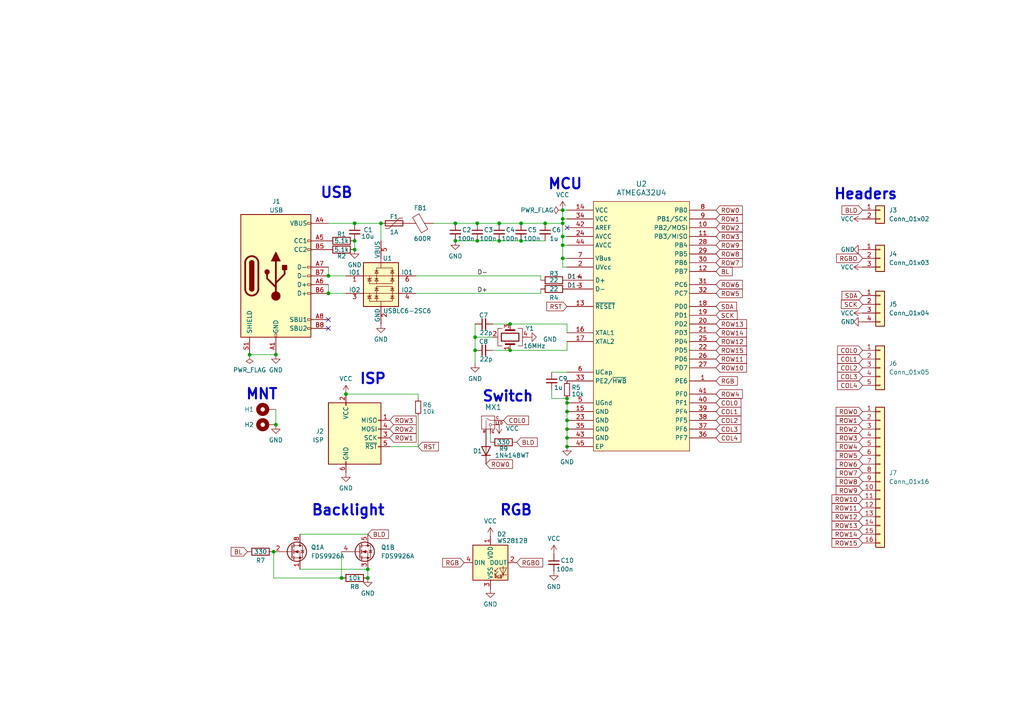
<source format=kicad_sch>
(kicad_sch (version 20210621) (generator eeschema)
  (paper "A4")
  (title_block (title "micro") (date "2021-06-26") (rev "1.0") (company "0xCB") (comment 1 "Conor Burns"))
  (lib_symbols
    (symbol "0xcb:ATMEGA32U4"
      (property "Reference" "U" (at -17.78 30.48 0))
      (property "Value" "ATMEGA32U4" (at -5.08 30.48 0))
      (symbol "ATMEGA32U4_1_1"
        (pin bidirectional line (at 16.51 -22.86 180) (length 7.62) (name "PE6") (number "1"))
        (pin bidirectional line (at 16.51 21.59 180) (length 7.62) (name "PB2/MOSI") (number "10"))
        (pin bidirectional line (at 16.51 19.05 180) (length 7.62) (name "PB3/MISO") (number "11"))
        (pin bidirectional line (at 16.51 8.89 180) (length 7.62) (name "PB7") (number "12"))
        (pin input line (at -26.67 -1.27 0) (length 7.62) (name "~{RESET}") (number "13"))
        (pin power_in line (at -26.67 26.67 0) (length 7.62) (name "VCC") (number "14"))
        (pin power_in line (at -26.67 -31.75 0) (length 7.62) (name "GND") (number "15"))
        (pin input line (at -26.67 -8.89 0) (length 7.62) (name "XTAL1") (number "16"))
        (pin output line (at -26.67 -11.43 0) (length 7.62) (name "XTAL2") (number "17"))
        (pin bidirectional line (at 16.51 -1.27 180) (length 7.62) (name "PD0") (number "18"))
        (pin bidirectional line (at 16.51 -3.81 180) (length 7.62) (name "PD1") (number "19"))
        (pin power_in line (at -26.67 10.16 0) (length 7.62) (name "UVcc") (number "2"))
        (pin bidirectional line (at 16.51 -6.35 180) (length 7.62) (name "PD2") (number "20"))
        (pin bidirectional line (at 16.51 -8.89 180) (length 7.62) (name "PD3") (number "21"))
        (pin bidirectional line (at 16.51 -13.97 180) (length 7.62) (name "PD5") (number "22"))
        (pin power_in line (at -26.67 -34.29 0) (length 7.62) (name "GND") (number "23"))
        (pin power_in line (at -26.67 19.05 0) (length 7.62) (name "AVCC") (number "24"))
        (pin bidirectional line (at 16.51 -11.43 180) (length 7.62) (name "PD4") (number "25"))
        (pin bidirectional line (at 16.51 -16.51 180) (length 7.62) (name "PD6") (number "26"))
        (pin bidirectional line (at 16.51 -19.05 180) (length 7.62) (name "PD7") (number "27"))
        (pin bidirectional line (at 16.51 16.51 180) (length 7.62) (name "PB4") (number "28"))
        (pin bidirectional line (at 16.51 13.97 180) (length 7.62) (name "PB5") (number "29"))
        (pin bidirectional line (at -26.67 3.81 0) (length 7.62) (name "D-") (number "3"))
        (pin bidirectional line (at 16.51 11.43 180) (length 7.62) (name "PB6") (number "30"))
        (pin bidirectional line (at 16.51 5.08 180) (length 7.62) (name "PC6") (number "31"))
        (pin bidirectional line (at 16.51 2.54 180) (length 7.62) (name "PC7") (number "32"))
        (pin bidirectional line (at -26.67 -22.86 0) (length 7.62) (name "PE2/~{HWB}") (number "33"))
        (pin power_in line (at -26.67 24.13 0) (length 7.62) (name "VCC") (number "34"))
        (pin power_in line (at -26.67 -36.83 0) (length 7.62) (name "GND") (number "35"))
        (pin bidirectional line (at 16.51 -39.37 180) (length 7.62) (name "PF7") (number "36"))
        (pin bidirectional line (at 16.51 -36.83 180) (length 7.62) (name "PF6") (number "37"))
        (pin bidirectional line (at 16.51 -34.29 180) (length 7.62) (name "PF5") (number "38"))
        (pin bidirectional line (at 16.51 -31.75 180) (length 7.62) (name "PF4") (number "39"))
        (pin bidirectional line (at -26.67 6.35 0) (length 7.62) (name "D+") (number "4"))
        (pin bidirectional line (at 16.51 -29.21 180) (length 7.62) (name "PF1") (number "40"))
        (pin bidirectional line (at 16.51 -26.67 180) (length 7.62) (name "PF0") (number "41"))
        (pin input line (at -26.67 21.59 0) (length 7.62) (name "AREF") (number "42"))
        (pin power_in line (at -26.67 -39.37 0) (length 7.62) (name "GND") (number "43"))
        (pin power_in line (at -26.67 16.51 0) (length 7.62) (name "AVCC") (number "44"))
        (pin power_in line (at -26.67 -41.91 0) (length 7.62) (name "EP") (number "45"))
        (pin power_in line (at -26.67 -29.21 0) (length 7.62) (name "UGnd") (number "5"))
        (pin input line (at -26.67 -20.32 0) (length 7.62) (name "UCap") (number "6"))
        (pin input line (at -26.67 12.7 0) (length 7.62) (name "VBus") (number "7"))
        (pin bidirectional line (at 16.51 26.67 180) (length 7.62) (name "PB0") (number "8"))
        (pin bidirectional line (at 16.51 24.13 180) (length 7.62) (name "PB1/SCK") (number "9"))
      )
    )
    (symbol "0xcb:Ferrite_Bead" (pin_numbers hide) (pin_names (offset 0))
      (property "Reference" "FB" (at -2.54 1.27 0))
      (property "Value" "Ferrite_Bead" (at 0 3.81 0))
      (symbol "Ferrite_Bead_1_1"
        (pin power_out line (at 3.81 0 180) (length 2.54) (name "~") (number "1"))
        (pin passive line (at -3.81 0 0) (length 2.54) (name "~") (number "2"))
      )
    )
    (symbol "0xcb:MX-LED" (pin_names (offset 1.016))
      (property "Reference" "MX2" (at -0.635 -4.1945 90))
      (symbol "MX-LED_0_0"
        (text "C" (at 2.032 2.032 0) (effects (font (size 0.762 0.762))))
        (text "LED" (at 2.54 0.508 0) (effects (font (size 0.762 0.762))))
        (text "R" (at -2.286 -2.032 0) (effects (font (size 0.762 0.762)) (justify left)))
      )
      (symbol "MX-LED_1_0"
        (text "G" (at 0.254 -2.032 0) (effects (font (size 0.762 0.762)) (justify left)))
      )
      (symbol "MX-LED_1_1"
        (pin passive line (at 3.81 1.27 180) (length 2.54) (name "COL") (number "1"))
        (pin passive line (at -1.27 -3.81 90) (length 2.54) (name "ROW") (number "2"))
        (pin input line (at 2.54 0 180) (length 1.27) (name "LED") (number "3"))
        (pin passive line (at 0 -2.54 90) (length 1.27) (name "LEDGND") (number "4"))
      )
    )
    (symbol "0xcb:USBLC6-2SC6" (pin_names (offset 0))
      (property "Reference" "U" (at -7.62 8.89 0))
      (property "Value" "USBLC6-2SC6" (at 7.62 7.62 0))
      (symbol "USBLC6-2SC6_1_1"
        (pin passive line (at -10.16 2.54 0) (length 5.08) (name "IO1") (number "1"))
        (pin passive line (at 0 -11.43 90) (length 5.08) (name "GND") (number "2"))
        (pin passive line (at -10.16 -2.54 0) (length 5.08) (name "IO2") (number "3"))
        (pin passive line (at 10.16 -2.54 180) (length 5.08) (name "IO2") (number "4"))
        (pin passive line (at 0 12.7 270) (length 5.08) (name "VBUS") (number "5"))
        (pin passive line (at 10.16 2.54 180) (length 5.08) (name "IO1") (number "6"))
      )
    )
    (symbol "Connector:AVR-ISP-6" (pin_names (offset 1.016))
      (property "Reference" "J" (at -6.35 11.43 0))
      (property "Value" "AVR-ISP-6" (at 0 11.43 0))
      (symbol "AVR-ISP-6_1_1"
        (pin passive line (at 10.16 5.08 180) (length 2.54) (name "MISO") (number "1"))
        (pin passive line (at -2.54 12.7 270) (length 2.54) (name "VCC") (number "2"))
        (pin passive line (at 10.16 0 180) (length 2.54) (name "SCK") (number "3"))
        (pin passive line (at 10.16 2.54 180) (length 2.54) (name "MOSI") (number "4"))
        (pin passive line (at 10.16 -2.54 180) (length 2.54) (name "~{RST}") (number "5"))
        (pin passive line (at -2.54 -10.16 90) (length 2.54) (name "GND") (number "6"))
      )
    )
    (symbol "Connector:USB_C_Receptacle_USB2.0" (pin_names (offset 1.016))
      (property "Reference" "J" (at -10.16 19.05 0))
      (property "Value" "USB_C_Receptacle_USB2.0" (at 19.05 19.05 0))
      (symbol "USB_C_Receptacle_USB2.0_1_1"
        (pin passive line (at 0 -22.86 90) (length 5.08) (name "GND") (number "A1"))
        (pin passive line (at 0 -22.86 90) (length 5.08) hide (name "GND") (number "A12"))
        (pin passive line (at 15.24 15.24 180) (length 5.08) (name "VBUS") (number "A4"))
        (pin bidirectional line (at 15.24 10.16 180) (length 5.08) (name "CC1") (number "A5"))
        (pin bidirectional line (at 15.24 -2.54 180) (length 5.08) (name "D+") (number "A6"))
        (pin bidirectional line (at 15.24 2.54 180) (length 5.08) (name "D-") (number "A7"))
        (pin bidirectional line (at 15.24 -12.7 180) (length 5.08) (name "SBU1") (number "A8"))
        (pin passive line (at 15.24 15.24 180) (length 5.08) hide (name "VBUS") (number "A9"))
        (pin passive line (at 0 -22.86 90) (length 5.08) hide (name "GND") (number "B1"))
        (pin passive line (at 0 -22.86 90) (length 5.08) hide (name "GND") (number "B12"))
        (pin passive line (at 15.24 15.24 180) (length 5.08) hide (name "VBUS") (number "B4"))
        (pin bidirectional line (at 15.24 7.62 180) (length 5.08) (name "CC2") (number "B5"))
        (pin bidirectional line (at 15.24 -5.08 180) (length 5.08) (name "D+") (number "B6"))
        (pin bidirectional line (at 15.24 0 180) (length 5.08) (name "D-") (number "B7"))
        (pin bidirectional line (at 15.24 -15.24 180) (length 5.08) (name "SBU2") (number "B8"))
        (pin passive line (at 15.24 15.24 180) (length 5.08) hide (name "VBUS") (number "B9"))
        (pin passive line (at -7.62 -22.86 90) (length 5.08) (name "SHIELD") (number "S1"))
      )
    )
    (symbol "Connector_Generic:Conn_01x02" (pin_names (offset 1.016) hide)
      (property "Reference" "J" (at 0 2.54 0))
      (property "Value" "Conn_01x02" (at 0 -5.08 0))
      (symbol "Conn_01x02_1_1"
        (pin passive line (at -5.08 0 0) (length 3.81) (name "Pin_1") (number "1"))
        (pin passive line (at -5.08 -2.54 0) (length 3.81) (name "Pin_2") (number "2"))
      )
    )
    (symbol "Connector_Generic:Conn_01x03" (pin_names (offset 1.016) hide)
      (property "Reference" "J" (at 0 5.08 0))
      (property "Value" "Conn_01x03" (at 0 -5.08 0))
      (symbol "Conn_01x03_1_1"
        (pin passive line (at -5.08 2.54 0) (length 3.81) (name "Pin_1") (number "1"))
        (pin passive line (at -5.08 0 0) (length 3.81) (name "Pin_2") (number "2"))
        (pin passive line (at -5.08 -2.54 0) (length 3.81) (name "Pin_3") (number "3"))
      )
    )
    (symbol "Connector_Generic:Conn_01x04" (pin_names (offset 1.016) hide)
      (property "Reference" "J" (at 0 5.08 0))
      (property "Value" "Conn_01x04" (at 0 -7.62 0))
      (symbol "Conn_01x04_1_1"
        (pin passive line (at -5.08 2.54 0) (length 3.81) (name "Pin_1") (number "1"))
        (pin passive line (at -5.08 0 0) (length 3.81) (name "Pin_2") (number "2"))
        (pin passive line (at -5.08 -2.54 0) (length 3.81) (name "Pin_3") (number "3"))
        (pin passive line (at -5.08 -5.08 0) (length 3.81) (name "Pin_4") (number "4"))
      )
    )
    (symbol "Connector_Generic:Conn_01x05" (pin_names (offset 1.016) hide)
      (property "Reference" "J" (at 0 7.62 0))
      (property "Value" "Conn_01x05" (at 0 -7.62 0))
      (symbol "Conn_01x05_1_1"
        (pin passive line (at -5.08 5.08 0) (length 3.81) (name "Pin_1") (number "1"))
        (pin passive line (at -5.08 2.54 0) (length 3.81) (name "Pin_2") (number "2"))
        (pin passive line (at -5.08 0 0) (length 3.81) (name "Pin_3") (number "3"))
        (pin passive line (at -5.08 -2.54 0) (length 3.81) (name "Pin_4") (number "4"))
        (pin passive line (at -5.08 -5.08 0) (length 3.81) (name "Pin_5") (number "5"))
      )
    )
    (symbol "Connector_Generic:Conn_01x16" (pin_names (offset 1.016) hide)
      (property "Reference" "J" (at 0 20.32 0))
      (property "Value" "Conn_01x16" (at 0 -22.86 0))
      (symbol "Conn_01x16_1_1"
        (pin passive line (at -5.08 17.78 0) (length 3.81) (name "Pin_1") (number "1"))
        (pin passive line (at -5.08 -5.08 0) (length 3.81) (name "Pin_10") (number "10"))
        (pin passive line (at -5.08 -7.62 0) (length 3.81) (name "Pin_11") (number "11"))
        (pin passive line (at -5.08 -10.16 0) (length 3.81) (name "Pin_12") (number "12"))
        (pin passive line (at -5.08 -12.7 0) (length 3.81) (name "Pin_13") (number "13"))
        (pin passive line (at -5.08 -15.24 0) (length 3.81) (name "Pin_14") (number "14"))
        (pin passive line (at -5.08 -17.78 0) (length 3.81) (name "Pin_15") (number "15"))
        (pin passive line (at -5.08 -20.32 0) (length 3.81) (name "Pin_16") (number "16"))
        (pin passive line (at -5.08 15.24 0) (length 3.81) (name "Pin_2") (number "2"))
        (pin passive line (at -5.08 12.7 0) (length 3.81) (name "Pin_3") (number "3"))
        (pin passive line (at -5.08 10.16 0) (length 3.81) (name "Pin_4") (number "4"))
        (pin passive line (at -5.08 7.62 0) (length 3.81) (name "Pin_5") (number "5"))
        (pin passive line (at -5.08 5.08 0) (length 3.81) (name "Pin_6") (number "6"))
        (pin passive line (at -5.08 2.54 0) (length 3.81) (name "Pin_7") (number "7"))
        (pin passive line (at -5.08 0 0) (length 3.81) (name "Pin_8") (number "8"))
        (pin passive line (at -5.08 -2.54 0) (length 3.81) (name "Pin_9") (number "9"))
      )
    )
    (symbol "Device:C_Small" (pin_numbers hide) (pin_names (offset 0.254) hide)
      (property "Reference" "C" (at 0.254 1.778 0))
      (property "Value" "C_Small" (at 0.254 -2.032 0))
      (symbol "C_Small_1_1"
        (pin passive line (at 0 2.54 270) (length 2.032) (name "~") (number "1"))
        (pin passive line (at 0 -2.54 90) (length 2.032) (name "~") (number "2"))
      )
    )
    (symbol "Device:Crystal_GND24" (pin_names (offset 1.016) hide)
      (property "Reference" "Y" (at 3.175 5.08 0))
      (property "Value" "Crystal_GND24" (at 3.175 3.175 0))
      (symbol "Crystal_GND24_1_1"
        (pin passive line (at -3.81 0 0) (length 1.27) (name "1") (number "1"))
        (pin passive line (at 0 5.08 270) (length 1.27) (name "2") (number "2"))
        (pin passive line (at 3.81 0 180) (length 1.27) (name "3") (number "3"))
        (pin passive line (at 0 -5.08 90) (length 1.27) (name "4") (number "4"))
      )
    )
    (symbol "Device:Polyfuse" (pin_numbers hide) (pin_names (offset 0))
      (property "Reference" "F" (at -2.54 0 90))
      (property "Value" "Polyfuse" (at 2.54 0 90))
      (symbol "Polyfuse_1_1"
        (pin passive line (at 0 3.81 270) (length 1.27) (name "~") (number "1"))
        (pin passive line (at 0 -3.81 90) (length 1.27) (name "~") (number "2"))
      )
    )
    (symbol "Device:R" (pin_numbers hide) (pin_names (offset 0))
      (property "Reference" "R" (at 2.032 0 90))
      (property "Value" "R" (at 0 0 90))
      (symbol "R_1_1"
        (pin passive line (at 0 3.81 270) (length 1.27) (name "~") (number "1"))
        (pin passive line (at 0 -3.81 90) (length 1.27) (name "~") (number "2"))
      )
    )
    (symbol "Device:R_Small" (pin_numbers hide) (pin_names (offset 0.254) hide)
      (property "Reference" "R" (at 0.762 0.508 0))
      (property "Value" "R_Small" (at 0.762 -1.016 0))
      (symbol "R_Small_1_1"
        (pin passive line (at 0 2.54 270) (length 0.762) (name "~") (number "1"))
        (pin passive line (at 0 -2.54 90) (length 0.762) (name "~") (number "2"))
      )
    )
    (symbol "Diode:1N4148WT" (pin_numbers hide) (pin_names (offset 1.016) hide)
      (property "Reference" "D" (at 0 2.54 0))
      (property "Value" "1N4148WT" (at 0 -2.54 0))
      (symbol "1N4148WT_1_1"
        (pin passive line (at -3.81 0 0) (length 2.54) (name "K") (number "1"))
        (pin passive line (at 3.81 0 180) (length 2.54) (name "A") (number "2"))
      )
    )
    (symbol "LED:WS2812B" (pin_names (offset 0.254))
      (property "Reference" "D" (at 5.08 5.715 0))
      (property "Value" "WS2812B" (at 1.27 -5.715 0))
      (symbol "WS2812B_0_0"
        (text "RGB" (at 2.286 -4.191 0) (effects (font (size 0.762 0.762))))
      )
      (symbol "WS2812B_1_1"
        (pin power_in line (at 0 7.62 270) (length 2.54) (name "VDD") (number "1"))
        (pin output line (at 7.62 0 180) (length 2.54) (name "DOUT") (number "2"))
        (pin power_in line (at 0 -7.62 90) (length 2.54) (name "VSS") (number "3"))
        (pin input line (at -7.62 0 0) (length 2.54) (name "DIN") (number "4"))
      )
    )
    (symbol "Mechanical:MountingHole_Pad" (pin_numbers hide) (pin_names (offset 1.016) hide)
      (property "Reference" "H" (at 0 6.35 0))
      (property "Value" "MountingHole_Pad" (at 0 4.445 0))
      (symbol "MountingHole_Pad_1_1"
        (pin input line (at 0 -2.54 90) (length 2.54) (name "1") (number "1"))
      )
    )
    (symbol "Transistor_FET:FDS9926A" (pin_names hide)
      (property "Reference" "Q" (at 5.08 1.905 0))
      (property "Value" "FDS9926A" (at 5.08 0 0))
      (symbol "FDS9926A_1_1"
        (pin passive line (at 2.54 -5.08 90) (length 2.54) (name "S1") (number "1"))
        (pin passive line (at -5.08 0 0) (length 2.54) (name "G1") (number "2"))
        (pin passive line (at 2.54 5.08 270) (length 2.54) hide (name "D1") (number "7"))
        (pin passive line (at 2.54 5.08 270) (length 2.54) (name "D1") (number "8"))
      )
      (symbol "FDS9926A_2_1"
        (pin passive line (at 2.54 -5.08 90) (length 2.54) (name "S2") (number "3"))
        (pin passive line (at -5.08 0 0) (length 2.54) (name "G2") (number "4"))
        (pin passive line (at 2.54 5.08 270) (length 2.54) (name "D2") (number "5"))
        (pin passive line (at 2.54 5.08 270) (length 2.54) hide (name "D2") (number "6"))
      )
    )
    (symbol "power:GND" (power) (pin_names (offset 0))
      (property "Value" "GND" (at 0 -3.81 0))
      (symbol "GND_1_1"
        (pin power_in line (at 0 0 270) (length 0) hide (name "GND") (number "1"))
      )
    )
    (symbol "power:PWR_FLAG" (power) (pin_numbers hide) (pin_names (offset 0) hide)
      (property "Value" "PWR_FLAG" (at 0 3.81 0))
      (symbol "PWR_FLAG_0_0"
        (pin power_out line (at 0 0 90) (length 0) (name "pwr") (number "1"))
      )
    )
    (symbol "power:VCC" (power) (pin_names (offset 0))
      (property "Value" "VCC" (at 0 3.81 0))
      (symbol "VCC_1_1"
        (pin power_in line (at 0 0 90) (length 0) hide (name "VCC") (number "1"))
      )
    )
  )
  (junction (at 72.39 102.87) (diameter 0.9144))
  (junction (at 79.375 160.02) (diameter 0.9144))
  (junction (at 80.01 102.87) (diameter 0.9144))
  (junction (at 80.01 123.19) (diameter 0.9144))
  (junction (at 95.25 80.01) (diameter 0.9144))
  (junction (at 95.25 85.09) (diameter 0.9144))
  (junction (at 99.06 167.64) (diameter 0.9144))
  (junction (at 100.33 114.3) (diameter 0.9144))
  (junction (at 102.87 64.77) (diameter 0.9144))
  (junction (at 102.87 69.85) (diameter 0.9144))
  (junction (at 102.87 72.39) (diameter 0.9144))
  (junction (at 106.68 165.1) (diameter 0.9144))
  (junction (at 106.68 167.64) (diameter 0.9144))
  (junction (at 110.49 64.77) (diameter 0.9144))
  (junction (at 132.08 64.77) (diameter 0.9144))
  (junction (at 132.08 69.85) (diameter 0.9144))
  (junction (at 137.795 97.79) (diameter 0.9144))
  (junction (at 137.795 101.6) (diameter 0.9144))
  (junction (at 138.43 64.77) (diameter 0.9144))
  (junction (at 138.43 69.85) (diameter 0.9144))
  (junction (at 144.78 64.77) (diameter 0.9144))
  (junction (at 144.78 69.85) (diameter 0.9144))
  (junction (at 147.955 93.98) (diameter 0.9144))
  (junction (at 147.955 101.6) (diameter 0.9144))
  (junction (at 151.13 64.77) (diameter 0.9144))
  (junction (at 151.13 69.85) (diameter 0.9144))
  (junction (at 158.115 64.77) (diameter 0.9144))
  (junction (at 163.195 60.96) (diameter 0.9144))
  (junction (at 163.195 63.5) (diameter 0.9144))
  (junction (at 163.195 64.77) (diameter 0.9144))
  (junction (at 163.195 68.58) (diameter 0.9144))
  (junction (at 163.195 71.12) (diameter 0.9144))
  (junction (at 163.195 74.93) (diameter 0.9144))
  (junction (at 164.465 115.57) (diameter 0.9144))
  (junction (at 164.465 116.84) (diameter 0.9144))
  (junction (at 164.465 119.38) (diameter 0.9144))
  (junction (at 164.465 121.92) (diameter 0.9144))
  (junction (at 164.465 124.46) (diameter 0.9144))
  (junction (at 164.465 127) (diameter 0.9144))
  (junction (at 164.465 129.54) (diameter 0.9144))
  (no_connect (at 95.25 92.71))
  (no_connect (at 95.25 95.25))
  (no_connect (at 164.465 66.04))
  (wire (pts (xy 72.39 102.87) (xy 80.01 102.87)))
  (wire (pts (xy 79.375 160.02) (xy 79.375 167.64)))
  (wire (pts (xy 79.375 167.64) (xy 99.06 167.64)))
  (wire (pts (xy 80.01 118.745) (xy 80.01 123.19)))
  (wire (pts (xy 86.995 154.94) (xy 106.68 154.94)))
  (wire (pts (xy 86.995 165.1) (xy 106.68 165.1)))
  (wire (pts (xy 95.25 64.77) (xy 102.87 64.77)))
  (wire (pts (xy 95.25 77.47) (xy 95.25 80.01)))
  (wire (pts (xy 95.25 80.01) (xy 100.33 80.01)))
  (wire (pts (xy 95.25 82.55) (xy 95.25 85.09)))
  (wire (pts (xy 95.25 85.09) (xy 100.33 85.09)))
  (wire (pts (xy 99.06 167.64) (xy 99.06 160.02)))
  (wire (pts (xy 102.87 64.77) (xy 110.49 64.77)))
  (wire (pts (xy 102.87 69.85) (xy 102.87 72.39)))
  (wire (pts (xy 106.68 165.1) (xy 106.68 167.64)))
  (wire (pts (xy 110.49 64.77) (xy 110.49 69.85)))
  (wire (pts (xy 113.03 129.54) (xy 121.285 129.54)))
  (wire (pts (xy 120.65 80.01) (xy 156.845 80.01)))
  (wire (pts (xy 120.65 85.09) (xy 156.845 85.09)))
  (wire (pts (xy 121.285 114.3) (xy 100.33 114.3)))
  (wire (pts (xy 121.285 115.57) (xy 121.285 114.3)))
  (wire (pts (xy 121.285 120.65) (xy 121.285 129.54)))
  (wire (pts (xy 125.73 64.77) (xy 132.08 64.77)))
  (wire (pts (xy 132.08 64.77) (xy 138.43 64.77)))
  (wire (pts (xy 132.08 69.85) (xy 138.43 69.85)))
  (wire (pts (xy 137.795 93.98) (xy 137.795 97.79)))
  (wire (pts (xy 137.795 97.79) (xy 137.795 101.6)))
  (wire (pts (xy 137.795 97.79) (xy 142.875 97.79)))
  (wire (pts (xy 137.795 101.6) (xy 137.795 105.41)))
  (wire (pts (xy 138.43 64.77) (xy 144.78 64.77)))
  (wire (pts (xy 138.43 69.85) (xy 144.78 69.85)))
  (wire (pts (xy 142.24 128.27) (xy 142.24 125.73)))
  (wire (pts (xy 142.875 93.98) (xy 147.955 93.98)))
  (wire (pts (xy 142.875 101.6) (xy 147.955 101.6)))
  (wire (pts (xy 144.78 64.77) (xy 151.13 64.77)))
  (wire (pts (xy 144.78 69.85) (xy 151.13 69.85)))
  (wire (pts (xy 147.955 101.6) (xy 164.465 101.6)))
  (wire (pts (xy 151.13 64.77) (xy 158.115 64.77)))
  (wire (pts (xy 151.13 69.85) (xy 158.115 69.85)))
  (wire (pts (xy 156.845 80.01) (xy 156.845 81.28)))
  (wire (pts (xy 156.845 85.09) (xy 156.845 83.82)))
  (wire (pts (xy 160.02 107.95) (xy 164.465 107.95)))
  (wire (pts (xy 160.02 113.03) (xy 160.02 115.57)))
  (wire (pts (xy 160.02 115.57) (xy 164.465 115.57)))
  (wire (pts (xy 163.195 63.5) (xy 163.195 60.96)))
  (wire (pts (xy 163.195 63.5) (xy 163.195 64.77)))
  (wire (pts (xy 163.195 63.5) (xy 164.465 63.5)))
  (wire (pts (xy 163.195 64.77) (xy 158.115 64.77)))
  (wire (pts (xy 163.195 64.77) (xy 163.195 68.58)))
  (wire (pts (xy 163.195 68.58) (xy 163.195 71.12)))
  (wire (pts (xy 163.195 68.58) (xy 164.465 68.58)))
  (wire (pts (xy 163.195 71.12) (xy 163.195 74.93)))
  (wire (pts (xy 163.195 71.12) (xy 164.465 71.12)))
  (wire (pts (xy 163.195 74.93) (xy 163.195 77.47)))
  (wire (pts (xy 163.195 74.93) (xy 164.465 74.93)))
  (wire (pts (xy 163.195 77.47) (xy 164.465 77.47)))
  (wire (pts (xy 164.465 60.96) (xy 163.195 60.96)))
  (wire (pts (xy 164.465 93.98) (xy 147.955 93.98)))
  (wire (pts (xy 164.465 96.52) (xy 164.465 93.98)))
  (wire (pts (xy 164.465 101.6) (xy 164.465 99.06)))
  (wire (pts (xy 164.465 115.57) (xy 164.465 116.84)))
  (wire (pts (xy 164.465 116.84) (xy 164.465 119.38)))
  (wire (pts (xy 164.465 119.38) (xy 164.465 121.92)))
  (wire (pts (xy 164.465 121.92) (xy 164.465 124.46)))
  (wire (pts (xy 164.465 124.46) (xy 164.465 127)))
  (wire (pts (xy 164.465 127) (xy 164.465 129.54)))
  (text "MNT" (at 71.12 116.205 0) (effects (font (size 3 3) (thickness 0.6) bold) (justify left bottom)))
  (text "Backlight" (at 90.17 149.86 0) (effects (font (size 3 3) (thickness 0.6) bold) (justify left bottom)))
  (text "USB" (at 92.71 57.785 0) (effects (font (size 3 3) (thickness 0.6) bold) (justify left bottom)))
  (text "ISP" (at 104.14 111.76 0) (effects (font (size 3 3) (thickness 0.6) bold) (justify left bottom)))
  (text "Switch" (at 139.7 116.84 0) (effects (font (size 3 3) (thickness 0.6) bold) (justify left bottom)))
  (text "RGB" (at 144.78 149.86 0) (effects (font (size 3 3) (thickness 0.6) bold) (justify left bottom)))
  (text "MCU" (at 158.75 55.245 0) (effects (font (size 3 3) (thickness 0.6) bold) (justify left bottom)))
  (text "Headers" (at 241.681 58.166 0) (effects (font (size 3 3) (thickness 0.6) bold) (justify left bottom)))
  (label "D-" (at 138.43 80.01 0))
  (label "D+" (at 138.43 85.09 0))
  (label "D1+" (at 164.465 81.28 0))
  (label "D1-" (at 164.465 83.82 0))
  (global_label "BL" (shape input) (at 71.755 160.02 180) (property "Intersheet References" "${INTERSHEET_REFS}" (effects hide)))
  (global_label "BLD" (shape input) (at 106.68 154.94 0) (property "Intersheet References" "${INTERSHEET_REFS}" (effects hide)))
  (global_label "ROW3" (shape input) (at 113.03 121.92 0) (property "Intersheet References" "${INTERSHEET_REFS}" (effects hide)))
  (global_label "ROW2" (shape input) (at 113.03 124.46 0) (property "Intersheet References" "${INTERSHEET_REFS}" (effects hide)))
  (global_label "ROW1" (shape input) (at 113.03 127 0) (property "Intersheet References" "${INTERSHEET_REFS}" (effects hide)))
  (global_label "RST" (shape input) (at 121.285 129.54 0) (property "Intersheet References" "${INTERSHEET_REFS}" (effects hide)))
  (global_label "RGB" (shape input) (at 134.62 163.195 180) (property "Intersheet References" "${INTERSHEET_REFS}" (effects hide)))
  (global_label "ROW0" (shape input) (at 140.97 134.62 0) (property "Intersheet References" "${INTERSHEET_REFS}" (effects hide)))
  (global_label "COL0" (shape input) (at 146.05 121.92 0) (property "Intersheet References" "${INTERSHEET_REFS}" (effects hide)))
  (global_label "BLD" (shape input) (at 149.86 128.27 0) (property "Intersheet References" "${INTERSHEET_REFS}" (effects hide)))
  (global_label "RGBO" (shape input) (at 149.86 163.195 0) (property "Intersheet References" "${INTERSHEET_REFS}" (effects hide)))
  (global_label "RST" (shape input) (at 164.465 88.9 180) (property "Intersheet References" "${INTERSHEET_REFS}" (effects hide)))
  (global_label "ROW0" (shape input) (at 207.645 60.96 0) (property "Intersheet References" "${INTERSHEET_REFS}" (effects hide)))
  (global_label "ROW1" (shape input) (at 207.645 63.5 0) (property "Intersheet References" "${INTERSHEET_REFS}" (effects hide)))
  (global_label "ROW2" (shape input) (at 207.645 66.04 0) (property "Intersheet References" "${INTERSHEET_REFS}" (effects hide)))
  (global_label "ROW3" (shape input) (at 207.645 68.58 0) (property "Intersheet References" "${INTERSHEET_REFS}" (effects hide)))
  (global_label "ROW9" (shape input) (at 207.645 71.12 0) (property "Intersheet References" "${INTERSHEET_REFS}" (effects hide)))
  (global_label "ROW8" (shape input) (at 207.645 73.66 0) (property "Intersheet References" "${INTERSHEET_REFS}" (effects hide)))
  (global_label "ROW7" (shape input) (at 207.645 76.2 0) (property "Intersheet References" "${INTERSHEET_REFS}" (effects hide)))
  (global_label "BL" (shape input) (at 207.645 78.74 0) (property "Intersheet References" "${INTERSHEET_REFS}" (effects hide)))
  (global_label "ROW6" (shape input) (at 207.645 82.55 0) (property "Intersheet References" "${INTERSHEET_REFS}" (effects hide)))
  (global_label "ROW5" (shape input) (at 207.645 85.09 0) (property "Intersheet References" "${INTERSHEET_REFS}" (effects hide)))
  (global_label "SDA" (shape input) (at 207.645 88.9 0) (property "Intersheet References" "${INTERSHEET_REFS}" (effects hide)))
  (global_label "SCK" (shape input) (at 207.645 91.44 0) (property "Intersheet References" "${INTERSHEET_REFS}" (effects hide)))
  (global_label "ROW13" (shape input) (at 207.645 93.98 0) (property "Intersheet References" "${INTERSHEET_REFS}" (effects hide)))
  (global_label "ROW14" (shape input) (at 207.645 96.52 0) (property "Intersheet References" "${INTERSHEET_REFS}" (effects hide)))
  (global_label "ROW12" (shape input) (at 207.645 99.06 0) (property "Intersheet References" "${INTERSHEET_REFS}" (effects hide)))
  (global_label "ROW15" (shape input) (at 207.645 101.6 0) (property "Intersheet References" "${INTERSHEET_REFS}" (effects hide)))
  (global_label "ROW11" (shape input) (at 207.645 104.14 0) (property "Intersheet References" "${INTERSHEET_REFS}" (effects hide)))
  (global_label "ROW10" (shape input) (at 207.645 106.68 0) (property "Intersheet References" "${INTERSHEET_REFS}" (effects hide)))
  (global_label "RGB" (shape input) (at 207.645 110.49 0) (property "Intersheet References" "${INTERSHEET_REFS}" (effects hide)))
  (global_label "ROW4" (shape input) (at 207.645 114.3 0) (property "Intersheet References" "${INTERSHEET_REFS}" (effects hide)))
  (global_label "COL0" (shape input) (at 207.645 116.84 0) (property "Intersheet References" "${INTERSHEET_REFS}" (effects hide)))
  (global_label "COL1" (shape input) (at 207.645 119.38 0) (property "Intersheet References" "${INTERSHEET_REFS}" (effects hide)))
  (global_label "COL2" (shape input) (at 207.645 121.92 0) (property "Intersheet References" "${INTERSHEET_REFS}" (effects hide)))
  (global_label "COL3" (shape input) (at 207.645 124.46 0) (property "Intersheet References" "${INTERSHEET_REFS}" (effects hide)))
  (global_label "COL4" (shape input) (at 207.645 127 0) (property "Intersheet References" "${INTERSHEET_REFS}" (effects hide)))
  (global_label "BLD" (shape input) (at 250.19 60.96 180) (property "Intersheet References" "${INTERSHEET_REFS}" (effects hide)))
  (global_label "RGBO" (shape input) (at 250.19 74.93 180) (property "Intersheet References" "${INTERSHEET_REFS}" (effects hide)))
  (global_label "SDA" (shape input) (at 250.19 85.725 180) (property "Intersheet References" "${INTERSHEET_REFS}" (effects hide)))
  (global_label "SCK" (shape input) (at 250.19 88.265 180) (property "Intersheet References" "${INTERSHEET_REFS}" (effects hide)))
  (global_label "COL0" (shape input) (at 250.19 101.6 180) (property "Intersheet References" "${INTERSHEET_REFS}" (effects hide)))
  (global_label "COL1" (shape input) (at 250.19 104.14 180) (property "Intersheet References" "${INTERSHEET_REFS}" (effects hide)))
  (global_label "COL2" (shape input) (at 250.19 106.68 180) (property "Intersheet References" "${INTERSHEET_REFS}" (effects hide)))
  (global_label "COL3" (shape input) (at 250.19 109.22 180) (property "Intersheet References" "${INTERSHEET_REFS}" (effects hide)))
  (global_label "COL4" (shape input) (at 250.19 111.76 180) (property "Intersheet References" "${INTERSHEET_REFS}" (effects hide)))
  (global_label "ROW0" (shape input) (at 250.19 119.38 180) (property "Intersheet References" "${INTERSHEET_REFS}" (effects hide)))
  (global_label "ROW1" (shape input) (at 250.19 121.92 180) (property "Intersheet References" "${INTERSHEET_REFS}" (effects hide)))
  (global_label "ROW2" (shape input) (at 250.19 124.46 180) (property "Intersheet References" "${INTERSHEET_REFS}" (effects hide)))
  (global_label "ROW3" (shape input) (at 250.19 127 180) (property "Intersheet References" "${INTERSHEET_REFS}" (effects hide)))
  (global_label "ROW4" (shape input) (at 250.19 129.54 180) (property "Intersheet References" "${INTERSHEET_REFS}" (effects hide)))
  (global_label "ROW5" (shape input) (at 250.19 132.08 180) (property "Intersheet References" "${INTERSHEET_REFS}" (effects hide)))
  (global_label "ROW6" (shape input) (at 250.19 134.62 180) (property "Intersheet References" "${INTERSHEET_REFS}" (effects hide)))
  (global_label "ROW7" (shape input) (at 250.19 137.16 180) (property "Intersheet References" "${INTERSHEET_REFS}" (effects hide)))
  (global_label "ROW8" (shape input) (at 250.19 139.7 180) (property "Intersheet References" "${INTERSHEET_REFS}" (effects hide)))
  (global_label "ROW9" (shape input) (at 250.19 142.24 180) (property "Intersheet References" "${INTERSHEET_REFS}" (effects hide)))
  (global_label "ROW10" (shape input) (at 250.19 144.78 180) (property "Intersheet References" "${INTERSHEET_REFS}" (effects hide)))
  (global_label "ROW11" (shape input) (at 250.19 147.32 180) (property "Intersheet References" "${INTERSHEET_REFS}" (effects hide)))
  (global_label "ROW12" (shape input) (at 250.19 149.86 180) (property "Intersheet References" "${INTERSHEET_REFS}" (effects hide)))
  (global_label "ROW13" (shape input) (at 250.19 152.4 180) (property "Intersheet References" "${INTERSHEET_REFS}" (effects hide)))
  (global_label "ROW14" (shape input) (at 250.19 154.94 180) (property "Intersheet References" "${INTERSHEET_REFS}" (effects hide)))
  (global_label "ROW15" (shape input) (at 250.19 157.48 180) (property "Intersheet References" "${INTERSHEET_REFS}" (effects hide)))
  (symbol (lib_id "power:VCC") (at 100.33 114.3 0) (unit 1)
    (property "Reference" "#PWR0104" (effects hide))
    (property "Value" "VCC" (at 100.33 109.855 0))
  )
  (symbol (lib_id "power:VCC") (at 142.24 155.575 0) (unit 1)
    (property "Reference" "#PWR03" (effects hide))
    (property "Value" "VCC" (at 142.24 151.13 0))
  )
  (symbol (lib_id "power:VCC") (at 144.78 123.19 180) (unit 1)
    (property "Reference" "#PWR0113" (effects hide))
    (property "Value" "VCC" (at 146.685 124.2694 0) (effects (justify right)))
  )
  (symbol (lib_id "power:VCC") (at 160.655 160.655 0) (unit 1)
    (property "Reference" "#PWR08" (effects hide))
    (property "Value" "VCC" (at 160.655 156.21 0))
  )
  (symbol (lib_id "power:VCC") (at 163.195 60.96 0) (unit 1)
    (property "Reference" "#PWR0107" (effects hide))
    (property "Value" "VCC" (at 163.195 56.515 0))
  )
  (symbol (lib_id "power:VCC") (at 250.19 63.5 90) (unit 1)
    (property "Reference" "#PWR07" (effects hide))
    (property "Value" "VCC" (at 243.84 63.4999 90) (effects (justify right)))
  )
  (symbol (lib_id "power:VCC") (at 250.19 77.47 90) (unit 1)
    (property "Reference" "#PWR06" (effects hide))
    (property "Value" "VCC" (at 243.84 77.4699 90) (effects (justify right)))
  )
  (symbol (lib_id "power:VCC") (at 250.19 90.805 90) (unit 1)
    (property "Reference" "#PWR0111" (effects hide))
    (property "Value" "VCC" (at 243.84 90.8049 90) (effects (justify right)))
  )
  (symbol (lib_id "power:PWR_FLAG") (at 72.39 102.87 180) (unit 1)
    (property "Reference" "#FLG0101" (effects hide))
    (property "Value" "PWR_FLAG" (at 72.39 107.315 0))
  )
  (symbol (lib_id "power:PWR_FLAG") (at 163.195 60.96 90) (unit 1)
    (property "Reference" "#FLG0102" (effects hide))
    (property "Value" "PWR_FLAG" (at 155.7655 60.96 90))
  )
  (symbol (lib_id "power:GND") (at 80.01 102.87 0) (unit 1)
    (property "Reference" "#PWR0102" (effects hide))
    (property "Value" "GND" (at 80.01 107.315 0))
  )
  (symbol (lib_id "power:GND") (at 80.01 123.19 0) (unit 1)
    (property "Reference" "#PWR02" (effects hide))
    (property "Value" "GND" (at 80.01 127.635 0))
  )
  (symbol (lib_id "power:GND") (at 100.33 137.16 0) (unit 1)
    (property "Reference" "#PWR0105" (effects hide))
    (property "Value" "GND" (at 100.33 141.605 0))
  )
  (symbol (lib_id "power:GND") (at 102.87 72.39 0) (unit 1)
    (property "Reference" "#PWR0101" (effects hide))
    (property "Value" "GND" (at 102.87 76.835 0))
  )
  (symbol (lib_id "power:GND") (at 106.68 167.64 0) (unit 1)
    (property "Reference" "#PWR01" (effects hide))
    (property "Value" "GND" (at 106.68 172.085 0))
  )
  (symbol (lib_id "power:GND") (at 110.49 93.98 0) (unit 1)
    (property "Reference" "#PWR0103" (effects hide))
    (property "Value" "GND" (at 110.49 98.425 0))
  )
  (symbol (lib_id "power:GND") (at 132.08 69.85 0) (unit 1)
    (property "Reference" "#PWR0109" (effects hide))
    (property "Value" "GND" (at 132.08 74.295 0))
  )
  (symbol (lib_id "power:GND") (at 137.795 105.41 0) (unit 1)
    (property "Reference" "#PWR0110" (effects hide))
    (property "Value" "GND" (at 137.795 109.855 0))
  )
  (symbol (lib_id "power:GND") (at 142.24 170.815 0) (unit 1)
    (property "Reference" "#PWR04" (effects hide))
    (property "Value" "GND" (at 142.24 175.26 0))
  )
  (symbol (lib_id "power:GND") (at 153.035 97.79 90) (unit 1)
    (property "Reference" "#PWR0106" (effects hide))
    (property "Value" "GND" (at 157.48 98.4249 90) (effects (justify right)))
  )
  (symbol (lib_id "power:GND") (at 160.655 165.735 0) (unit 1)
    (property "Reference" "#PWR09" (effects hide))
    (property "Value" "GND" (at 160.655 170.18 0))
  )
  (symbol (lib_id "power:GND") (at 164.465 129.54 0) (unit 1)
    (property "Reference" "#PWR0108" (effects hide))
    (property "Value" "GND" (at 164.465 133.985 0))
  )
  (symbol (lib_id "power:GND") (at 250.19 72.39 270) (unit 1)
    (property "Reference" "#PWR05" (effects hide))
    (property "Value" "GND" (at 243.84 72.3899 90) (effects (justify left)))
  )
  (symbol (lib_id "power:GND") (at 250.19 93.345 270) (unit 1)
    (property "Reference" "#PWR0112" (effects hide))
    (property "Value" "GND" (at 243.84 93.3449 90) (effects (justify left)))
  )
  (symbol (lib_id "Device:R_Small") (at 121.285 118.11 0) (unit 1)
    (property "Reference" "R6" (at 122.555 117.4749 0) (effects (justify left)))
    (property "Value" "10k" (at 122.555 119.3799 0) (effects (justify left)))
    (property "Footprint" "Resistor_SMD:R_0603_1608Metric" (effects hide))
  )
  (symbol (lib_id "Device:R_Small") (at 164.465 113.03 0) (unit 1)
    (property "Reference" "R5" (at 165.735 112.3949 0) (effects (justify left)))
    (property "Value" "10k" (at 165.735 114.2999 0) (effects (justify left)))
    (property "Footprint" "Resistor_SMD:R_0603_1608Metric" (effects hide))
  )
  (symbol (lib_id "Device:R") (at 75.565 160.02 90) (unit 1)
    (property "Reference" "R7" (at 75.565 162.56 90))
    (property "Value" "330" (at 75.565 160.02 90))
    (property "Footprint" "Resistor_SMD:R_1206_3216Metric" (effects hide))
  )
  (symbol (lib_id "Device:R") (at 99.06 69.85 270) (unit 1)
    (property "Reference" "R1" (at 99.06 67.945 90))
    (property "Value" "5.1k" (at 99.06 69.85 90))
    (property "Footprint" "Resistor_SMD:R_0603_1608Metric" (effects hide))
  )
  (symbol (lib_id "Device:R") (at 99.06 72.39 90) (unit 1)
    (property "Reference" "R2" (at 99.06 74.295 90))
    (property "Value" "5.1k" (at 99.06 72.39 90))
    (property "Footprint" "Resistor_SMD:R_0603_1608Metric" (effects hide))
  )
  (symbol (lib_id "Device:R") (at 102.87 167.64 90) (unit 1)
    (property "Reference" "R8" (at 102.87 170.18 90))
    (property "Value" "10k" (at 102.87 167.64 90))
    (property "Footprint" "Resistor_SMD:R_0603_1608Metric" (effects hide))
  )
  (symbol (lib_id "Device:R") (at 146.05 128.27 90) (unit 1)
    (property "Reference" "R9" (at 146.05 130.175 90))
    (property "Value" "330" (at 146.05 128.27 90))
    (property "Footprint" "Resistor_SMD:R_1206_3216Metric" (effects hide))
  )
  (symbol (lib_id "Device:R") (at 160.655 81.28 90) (unit 1)
    (property "Reference" "R3" (at 160.655 79.375 90))
    (property "Value" "22" (at 160.655 81.28 90))
    (property "Footprint" "Resistor_SMD:R_0603_1608Metric" (effects hide))
  )
  (symbol (lib_id "Device:R") (at 160.655 83.82 90) (unit 1)
    (property "Reference" "R4" (at 160.655 86.36 90))
    (property "Value" "22" (at 160.655 83.82 90))
    (property "Footprint" "Resistor_SMD:R_0603_1608Metric" (effects hide))
  )
  (symbol (lib_id "Device:C_Small") (at 102.87 67.31 0) (unit 1)
    (property "Reference" "C1" (at 105.41 66.6749 0) (effects (justify left)))
    (property "Value" "10u" (at 104.775 68.5799 0) (effects (justify left)))
    (property "Footprint" "Capacitor_SMD:C_0603_1608Metric" (effects hide))
  )
  (symbol (lib_id "Device:C_Small") (at 132.08 67.31 0) (unit 1)
    (property "Reference" "C2" (at 133.985 66.6749 0) (effects (justify left)))
    (property "Value" "100n" (at 132.715 69.2149 0) (effects (justify left)))
    (property "Footprint" "Capacitor_SMD:C_0603_1608Metric" (effects hide))
  )
  (symbol (lib_id "Device:C_Small") (at 138.43 67.31 0) (unit 1)
    (property "Reference" "C3" (at 140.335 66.6749 0) (effects (justify left)))
    (property "Value" "100n" (at 139.065 69.2149 0) (effects (justify left)))
    (property "Footprint" "Capacitor_SMD:C_0603_1608Metric" (effects hide))
  )
  (symbol (lib_id "Device:C_Small") (at 140.335 93.98 90) (unit 1)
    (property "Reference" "C7" (at 141.6049 91.44 90) (effects (justify left)))
    (property "Value" "22p" (at 142.8749 96.52 90) (effects (justify left)))
    (property "Footprint" "Capacitor_SMD:C_0603_1608Metric" (effects hide))
  )
  (symbol (lib_id "Device:C_Small") (at 140.335 101.6 90) (unit 1)
    (property "Reference" "C8" (at 141.6049 99.06 90) (effects (justify left)))
    (property "Value" "22p" (at 142.8749 104.14 90) (effects (justify left)))
    (property "Footprint" "Capacitor_SMD:C_0603_1608Metric" (effects hide))
  )
  (symbol (lib_id "Device:C_Small") (at 144.78 67.31 0) (unit 1)
    (property "Reference" "C4" (at 146.685 66.6749 0) (effects (justify left)))
    (property "Value" "100n" (at 145.415 69.2149 0) (effects (justify left)))
    (property "Footprint" "Capacitor_SMD:C_0603_1608Metric" (effects hide))
  )
  (symbol (lib_id "Device:C_Small") (at 151.13 67.31 0) (unit 1)
    (property "Reference" "C5" (at 153.035 66.6749 0) (effects (justify left)))
    (property "Value" "100n" (at 151.765 69.2149 0) (effects (justify left)))
    (property "Footprint" "Capacitor_SMD:C_0603_1608Metric" (effects hide))
  )
  (symbol (lib_id "Device:C_Small") (at 158.115 67.31 0) (unit 1)
    (property "Reference" "C6" (at 160.02 66.6749 0) (effects (justify left)))
    (property "Value" "1u" (at 159.385 69.2149 0) (effects (justify left)))
    (property "Footprint" "Capacitor_SMD:C_0603_1608Metric" (effects hide))
  )
  (symbol (lib_id "Device:C_Small") (at 160.02 110.49 0) (unit 1)
    (property "Reference" "C9" (at 161.925 109.8549 0) (effects (justify left)))
    (property "Value" "1u" (at 160.655 112.3949 0) (effects (justify left)))
    (property "Footprint" "Capacitor_SMD:C_0603_1608Metric" (effects hide))
  )
  (symbol (lib_id "Device:C_Small") (at 160.655 163.195 0) (unit 1)
    (property "Reference" "C10" (at 162.56 162.5599 0) (effects (justify left)))
    (property "Value" "100n" (at 161.29 165.0999 0) (effects (justify left)))
    (property "Footprint" "Capacitor_SMD:C_0603_1608Metric" (effects hide))
  )
  (symbol (lib_id "Mechanical:MountingHole_Pad") (at 77.47 118.745 90) (unit 1)
    (property "Reference" "H1" (at 72.263 118.745 90))
    (property "Value" "MountingHole_Pad" (effects hide))
    (property "Footprint" "MountingHole:MountingHole_2.2mm_M2_DIN965_Pad_TopBottom" (effects hide))
  )
  (symbol (lib_id "Mechanical:MountingHole_Pad") (at 77.47 123.19 90) (unit 1)
    (property "Reference" "H2" (at 72.263 123.19 90))
    (property "Value" "MountingHole_Pad" (effects hide))
    (property "Footprint" "MountingHole:MountingHole_2.2mm_M2_DIN965_Pad_TopBottom" (effects hide))
  )
  (symbol (lib_id "Diode:1N4148WT") (at 140.97 130.81 90) (unit 1)
    (property "Reference" "D1" (at 137.16 130.8099 90) (effects (justify right)))
    (property "Value" "1N4148WT" (at 143.51 132.0799 90) (effects (justify right)))
    (property "Footprint" "Diode_SMD:D_SOD-523" (effects hide))
    (property "Datasheet" "https://www.diodes.com/assets/Datasheets/ds30396.pdf" (effects hide))
  )
  (symbol (lib_id "Device:Polyfuse") (at 114.3 64.77 90) (unit 1)
    (property "Reference" "F1" (at 114.3 62.865 90))
    (property "Value" "1A" (at 114.3 67.31 90))
    (property "Footprint" "0xcb:Fuse_0805_2012Metric" (effects hide))
  )
  (symbol (lib_id "Connector_Generic:Conn_01x02") (at 255.27 60.96 0) (unit 1) (in_bom no)
    (property "Reference" "J3" (at 257.81 60.9599 0) (effects (justify left)))
    (property "Value" "Conn_01x02" (at 257.81 63.4999 0) (effects (justify left)))
    (property "Footprint" "Connector_PinHeader_1.27mm:PinHeader_1x02_P1.27mm_Vertical" (effects hide))
  )
  (symbol (lib_id "0xcb:Ferrite_Bead") (at 121.92 64.77 0) (mirror y) (unit 1)
    (property "Reference" "FB1" (at 121.92 60.325 0))
    (property "Value" "600R" (at 122.555 69.215 0))
    (property "Footprint" "0xcb:Ferrite_Bead_0603" (effects hide))
  )
  (symbol (lib_id "0xcb:MX-LED") (at 142.24 123.19 0) (unit 1)
    (property "Reference" "MX1" (at 143.0655 118.11 0) (effects (font (size 1.524 1.524))))
    (property "Value" "MX-LED" (effects hide))
    (property "Footprint" "0xcb:MXOnly-1U" (effects hide))
  )
  (symbol (lib_id "Connector_Generic:Conn_01x03") (at 255.27 74.93 0) (unit 1) (in_bom no)
    (property "Reference" "J4" (at 257.81 73.6599 0) (effects (justify left)))
    (property "Value" "Conn_01x03" (at 257.81 76.1999 0) (effects (justify left)))
    (property "Footprint" "Connector_PinHeader_1.27mm:PinHeader_1x03_P1.27mm_Vertical" (effects hide))
  )
  (symbol (lib_id "Connector_Generic:Conn_01x04") (at 255.27 88.265 0) (unit 1) (in_bom no)
    (property "Reference" "J5" (at 257.81 88.2649 0) (effects (justify left)))
    (property "Value" "Conn_01x04" (at 257.81 90.8049 0) (effects (justify left)))
    (property "Footprint" "Connector_PinHeader_1.27mm:PinHeader_1x04_P1.27mm_Vertical" (effects hide))
  )
  (symbol (lib_id "Connector_Generic:Conn_01x05") (at 255.27 106.68 0) (unit 1) (in_bom no)
    (property "Reference" "J6" (at 257.81 105.4099 0) (effects (justify left)))
    (property "Value" "Conn_01x05" (at 257.81 107.9499 0) (effects (justify left)))
    (property "Footprint" "Connector_PinHeader_1.27mm:PinHeader_1x05_P1.27mm_Vertical" (effects hide))
  )
  (symbol (lib_id "Device:Crystal_GND24") (at 147.955 97.79 90) (unit 1)
    (property "Reference" "Y1" (at 152.4 95.2499 90) (effects (justify right)))
    (property "Value" "16MHz" (at 151.765 100.3299 90) (effects (justify right)))
    (property "Footprint" "0xcb:Crystal_SMD_3225-4Pin_3.2x2.5mm" (effects hide))
  )
  (symbol (lib_id "Transistor_FET:FDS9926A") (at 84.455 160.02 0) (unit 1)
    (property "Reference" "Q1" (at 90.17 158.7499 0) (effects (justify left)))
    (property "Value" "FDS9926A" (at 90.17 161.2899 0) (effects (justify left)))
    (property "Footprint" "Package_SO:SOIC-8_3.9x4.9mm_P1.27mm" (effects hide))
    (property "Datasheet" "https://www.onsemi.com/pub/Collateral/FDS9926A-D.pdf" (effects hide))
  )
  (symbol (lib_id "Transistor_FET:FDS9926A") (at 104.14 160.02 0) (unit 2)
    (property "Reference" "Q1" (at 110.49 158.7499 0) (effects (justify left)))
    (property "Value" "FDS9926A" (at 110.49 161.2899 0) (effects (justify left)))
    (property "Footprint" "Package_SO:SOIC-8_3.9x4.9mm_P1.27mm" (effects hide))
    (property "Datasheet" "https://www.onsemi.com/pub/Collateral/FDS9926A-D.pdf" (effects hide))
  )
  (symbol (lib_id "LED:WS2812B") (at 142.24 163.195 0) (unit 1)
    (property "Reference" "D2" (at 144.145 154.9399 0) (effects (justify left)))
    (property "Value" "WS2812B" (at 144.145 156.8449 0) (effects (justify left)))
    (property "Footprint" "LED_SMD:LED_WS2812B_PLCC4_5.0x5.0mm_P3.2mm" (effects hide))
    (property "Datasheet" "https://cdn-shop.adafruit.com/datasheets/WS2812B.pdf" (effects hide))
  )
  (symbol (lib_id "Connector_Generic:Conn_01x16") (at 255.27 137.16 0) (unit 1) (in_bom no)
    (property "Reference" "J7" (at 257.81 137.1599 0) (effects (justify left)))
    (property "Value" "Conn_01x16" (at 257.81 139.6999 0) (effects (justify left)))
    (property "Footprint" "Connector_PinHeader_1.27mm:PinHeader_1x16_P1.27mm_Vertical" (effects hide))
  )
  (symbol (lib_id "Connector:AVR-ISP-6") (at 102.87 127 0) (unit 1)
    (property "Reference" "J2" (at 93.98 125.0949 0) (effects (justify right)))
    (property "Value" "ISP" (at 93.98 127.6349 0) (effects (justify right)))
    (property "Footprint" "0xcb:AVR_PROG_2.54_THT" (effects hide))
    (property "Datasheet" " ~" (effects hide))
  )
  (symbol (lib_id "0xcb:USBLC6-2SC6") (at 110.49 82.55 0) (unit 1)
    (property "Reference" "U1" (at 112.395 74.93 0))
    (property "Value" "USBLC6-2SC6" (at 118.11 90.17 0))
    (property "Footprint" "Package_TO_SOT_SMD:SOT-23-6" (effects hide))
    (property "Datasheet" "http://www2.st.com/resource/en/datasheet/CD00050750.pdf" (effects hide))
  )
  (symbol (lib_id "Connector:USB_C_Receptacle_USB2.0") (at 80.01 80.01 0) (unit 1)
    (property "Reference" "J1" (at 80.137 58.42 0))
    (property "Value" "USB" (at 80.137 60.96 0))
    (property "Footprint" "0xcb:HRO-TYPE-C-31-M-13" (effects hide))
    (property "Datasheet" "https://www.usb.org/sites/default/files/documents/usb_type-c.zip" (effects hide))
  )
  (symbol (lib_id "0xcb:ATMEGA32U4") (at 191.135 87.63 0) (unit 1)
    (property "Reference" "U2" (at 186.055 53.34 0) (effects (font (size 1.524 1.524))))
    (property "Value" "ATMEGA32U4" (at 186.055 55.88 0) (effects (font (size 1.524 1.524))))
    (property "Footprint" "0xcb:QFN-44-1EP_7x7mm_P0.5mm_EP5.2x5.2mm_ThermalVias" (effects hide))
  )
)
</source>
